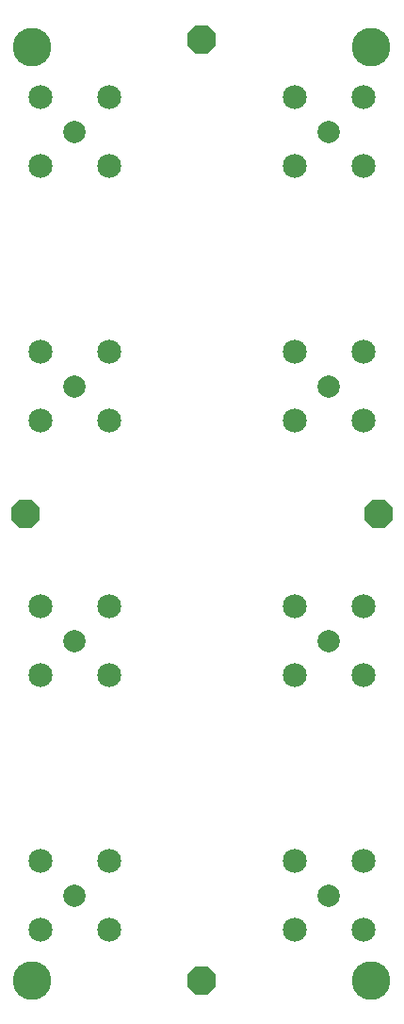
<source format=gts>
G75*
G70*
%OFA0B0*%
%FSLAX24Y24*%
%IPPOS*%
%LPD*%
%AMOC8*
5,1,8,0,0,1.08239X$1,22.5*
%
%ADD10C,0.1365*%
%ADD11C,0.0789*%
%ADD12C,0.0848*%
%ADD13OC8,0.1025*%
D10*
X001150Y001150D03*
X013150Y001150D03*
X013150Y034150D03*
X001150Y034150D03*
D11*
X002650Y031150D03*
X002650Y022150D03*
X002650Y013150D03*
X002650Y004150D03*
X011650Y004150D03*
X011650Y013150D03*
X011650Y022150D03*
X011650Y031150D03*
D12*
X010430Y029930D03*
X010430Y032370D03*
X012870Y032370D03*
X012870Y029930D03*
X012870Y023370D03*
X012870Y020930D03*
X010430Y020930D03*
X010430Y023370D03*
X010430Y014370D03*
X010430Y011930D03*
X012870Y011930D03*
X012870Y014370D03*
X012870Y005370D03*
X012870Y002930D03*
X010430Y002930D03*
X010430Y005370D03*
X003870Y005370D03*
X003870Y002930D03*
X001430Y002930D03*
X001430Y005370D03*
X001430Y011930D03*
X001430Y014370D03*
X003870Y014370D03*
X003870Y011930D03*
X003870Y020930D03*
X003870Y023370D03*
X001430Y023370D03*
X001430Y020930D03*
X001430Y029930D03*
X001430Y032370D03*
X003870Y032370D03*
X003870Y029930D03*
D13*
X007150Y034400D03*
X000900Y017650D03*
X007150Y001150D03*
X013400Y017650D03*
M02*

</source>
